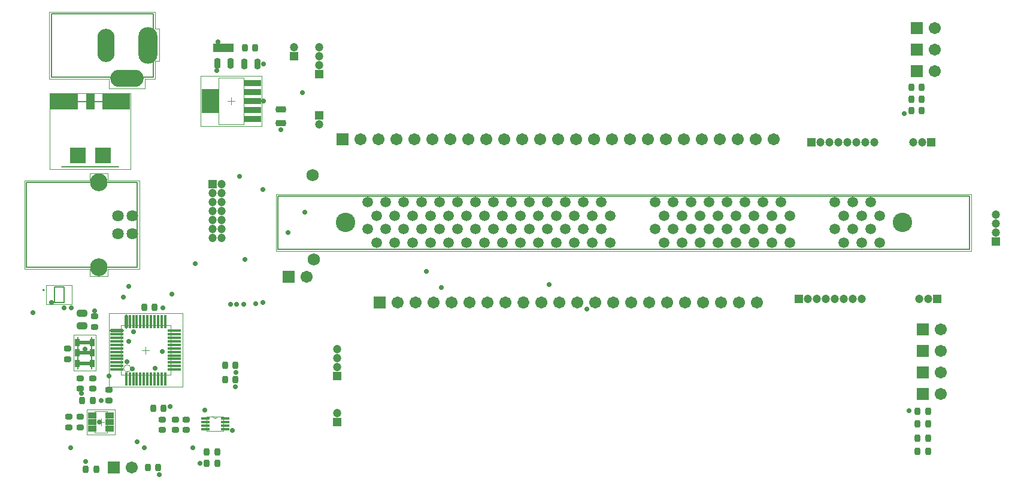
<source format=gts>
G04*
G04 #@! TF.GenerationSoftware,Altium Limited,Altium Designer,19.1.7 (138)*
G04*
G04 Layer_Color=8388736*
%FSAX43Y43*%
%MOMM*%
G71*
G01*
G75*
%ADD14C,0.200*%
%ADD15C,0.000*%
%ADD16C,0.127*%
%ADD17C,0.100*%
%ADD19C,0.050*%
G04:AMPARAMS|DCode=36|XSize=0.903mm|YSize=1.453mm|CornerRadius=0.277mm|HoleSize=0mm|Usage=FLASHONLY|Rotation=0.000|XOffset=0mm|YOffset=0mm|HoleType=Round|Shape=RoundedRectangle|*
%AMROUNDEDRECTD36*
21,1,0.903,0.900,0,0,0.0*
21,1,0.350,1.453,0,0,0.0*
1,1,0.553,0.175,-0.450*
1,1,0.553,-0.175,-0.450*
1,1,0.553,-0.175,0.450*
1,1,0.553,0.175,0.450*
%
%ADD36ROUNDEDRECTD36*%
G04:AMPARAMS|DCode=37|XSize=0.803mm|YSize=1.053mm|CornerRadius=0.252mm|HoleSize=0mm|Usage=FLASHONLY|Rotation=0.000|XOffset=0mm|YOffset=0mm|HoleType=Round|Shape=RoundedRectangle|*
%AMROUNDEDRECTD37*
21,1,0.803,0.550,0,0,0.0*
21,1,0.300,1.053,0,0,0.0*
1,1,0.503,0.150,-0.275*
1,1,0.503,-0.150,-0.275*
1,1,0.503,-0.150,0.275*
1,1,0.503,0.150,0.275*
%
%ADD37ROUNDEDRECTD37*%
G04:AMPARAMS|DCode=38|XSize=1.003mm|YSize=1.503mm|CornerRadius=0.302mm|HoleSize=0mm|Usage=FLASHONLY|Rotation=270.000|XOffset=0mm|YOffset=0mm|HoleType=Round|Shape=RoundedRectangle|*
%AMROUNDEDRECTD38*
21,1,1.003,0.900,0,0,270.0*
21,1,0.400,1.503,0,0,270.0*
1,1,0.603,-0.450,-0.200*
1,1,0.603,-0.450,0.200*
1,1,0.603,0.450,0.200*
1,1,0.603,0.450,-0.200*
%
%ADD38ROUNDEDRECTD38*%
%ADD39R,4.013X2.233*%
%ADD40R,1.223X2.233*%
%ADD41R,2.233X2.233*%
%ADD42O,2.003X0.503*%
%ADD43O,1.900X0.400*%
%ADD44O,0.503X2.003*%
%ADD45O,0.400X1.900*%
%ADD46R,2.353X0.903*%
%ADD47R,2.353X3.403*%
%ADD48R,1.303X0.853*%
%ADD49R,1.270X0.457*%
%ADD50R,2.803X0.603*%
G04:AMPARAMS|DCode=51|XSize=0.903mm|YSize=1.453mm|CornerRadius=0.277mm|HoleSize=0mm|Usage=FLASHONLY|Rotation=270.000|XOffset=0mm|YOffset=0mm|HoleType=Round|Shape=RoundedRectangle|*
%AMROUNDEDRECTD51*
21,1,0.903,0.900,0,0,270.0*
21,1,0.350,1.453,0,0,270.0*
1,1,0.553,-0.450,-0.175*
1,1,0.553,-0.450,0.175*
1,1,0.553,0.450,0.175*
1,1,0.553,0.450,-0.175*
%
%ADD51ROUNDEDRECTD51*%
G04:AMPARAMS|DCode=52|XSize=0.803mm|YSize=1.053mm|CornerRadius=0.252mm|HoleSize=0mm|Usage=FLASHONLY|Rotation=90.000|XOffset=0mm|YOffset=0mm|HoleType=Round|Shape=RoundedRectangle|*
%AMROUNDEDRECTD52*
21,1,0.803,0.550,0,0,90.0*
21,1,0.300,1.053,0,0,90.0*
1,1,0.503,0.275,0.150*
1,1,0.503,0.275,-0.150*
1,1,0.503,-0.275,-0.150*
1,1,0.503,-0.275,0.150*
%
%ADD52ROUNDEDRECTD52*%
%ADD53R,1.203X1.203*%
%ADD54C,1.203*%
%ADD55R,1.003X1.003*%
%ADD56C,1.703*%
%ADD57R,1.703X1.703*%
%ADD58R,1.203X1.203*%
%ADD59O,2.703X5.203*%
%ADD60O,2.453X4.703*%
%ADD61O,4.703X2.453*%
%ADD62C,2.743*%
%ADD63C,1.521*%
%ADD64O,1.713X1.703*%
%ADD65C,2.503*%
%ADD66C,1.631*%
%ADD67C,0.703*%
%ADD68C,1.727*%
G36*
X0057829Y0091856D02*
X0055029D01*
Y0093056D01*
X0057829D01*
Y0091856D01*
D02*
G37*
G36*
X0038230Y0050276D02*
X0037531D01*
Y0051280D01*
X0038230D01*
Y0050276D01*
D02*
G37*
G36*
X0036130D02*
X0035428D01*
Y0051279D01*
X0036130D01*
Y0050276D01*
D02*
G37*
G36*
X0038230Y0048776D02*
X0037531D01*
Y0049777D01*
X0038230D01*
Y0048776D01*
D02*
G37*
G36*
X0036130D02*
X0035427D01*
Y0049777D01*
X0036130D01*
Y0048776D01*
D02*
G37*
G36*
X0038230Y0047276D02*
X0037531D01*
Y0048275D01*
X0038230D01*
Y0047276D01*
D02*
G37*
G36*
X0036130D02*
X0035428D01*
Y0048274D01*
X0036130D01*
Y0047276D01*
D02*
G37*
D14*
X0031112Y0058181D02*
G03*
X0031112Y0058181I-0000100J0000000D01*
G01*
D02*
G03*
X0031112Y0058181I-0000100J0000000D01*
G01*
D15*
X0054967Y0040284D02*
G03*
X0055577Y0040284I0000305J0000000D01*
G01*
X0054967D02*
G03*
X0055577Y0040284I0000305J0000000D01*
G01*
X0054078Y0038202D02*
Y0040284D01*
X0054967D01*
X0055577D01*
X0056466D01*
Y0038202D02*
Y0040284D01*
X0054078Y0038202D02*
X0056466D01*
Y0040107D02*
X0056872D01*
Y0039878D02*
Y0040107D01*
X0056466Y0039878D02*
X0056872D01*
X0056466D02*
Y0040107D01*
Y0039624D02*
X0056872D01*
Y0039370D02*
Y0039624D01*
X0056466Y0039370D02*
X0056872D01*
X0056466D02*
Y0039624D01*
Y0039116D02*
X0056872D01*
Y0038862D02*
Y0039116D01*
X0056466Y0038862D02*
X0056872D01*
X0056466D02*
Y0039116D01*
Y0038608D02*
X0056872D01*
Y0038379D02*
Y0038608D01*
X0056466Y0038379D02*
X0056872D01*
X0056466D02*
Y0038608D01*
X0053672Y0038379D02*
X0054078D01*
X0053672D02*
Y0038608D01*
X0054078D01*
Y0038379D02*
Y0038608D01*
X0053672Y0038862D02*
X0054078D01*
X0053672D02*
Y0039116D01*
X0054078D01*
Y0038862D02*
Y0039116D01*
X0053672Y0039370D02*
X0054078D01*
X0053672D02*
Y0039624D01*
X0054078D01*
Y0039370D02*
Y0039624D01*
X0053672Y0039878D02*
X0054078D01*
X0053672D02*
Y0040107D01*
X0054078D01*
Y0039878D02*
Y0040107D01*
Y0038202D02*
Y0040284D01*
X0054967D01*
X0055577D01*
X0056466D01*
Y0038202D02*
Y0040284D01*
X0054078Y0038202D02*
X0056466D01*
Y0040107D02*
X0056872D01*
Y0039878D02*
Y0040107D01*
X0056466Y0039878D02*
X0056872D01*
X0056466D02*
Y0040107D01*
Y0039624D02*
X0056872D01*
Y0039370D02*
Y0039624D01*
X0056466Y0039370D02*
X0056872D01*
X0056466D02*
Y0039624D01*
Y0039116D02*
X0056872D01*
Y0038862D02*
Y0039116D01*
X0056466Y0038862D02*
X0056872D01*
X0056466D02*
Y0039116D01*
Y0038608D02*
X0056872D01*
Y0038379D02*
Y0038608D01*
X0056466Y0038379D02*
X0056872D01*
X0056466D02*
Y0038608D01*
X0053672Y0038379D02*
X0054078D01*
X0053672D02*
Y0038608D01*
X0054078D01*
Y0038379D02*
Y0038608D01*
X0053672Y0038862D02*
X0054078D01*
X0053672D02*
Y0039116D01*
X0054078D01*
Y0038862D02*
Y0039116D01*
X0053672Y0039370D02*
X0054078D01*
X0053672D02*
Y0039624D01*
X0054078D01*
Y0039370D02*
Y0039624D01*
X0053672Y0039878D02*
X0054078D01*
X0053672D02*
Y0040107D01*
X0054078D01*
Y0039878D02*
Y0040107D01*
D16*
X0055629Y0092056D02*
X0057229D01*
X0055629Y0092856D02*
X0057229D01*
X0055629Y0092056D02*
Y0092856D01*
X0057229Y0092056D02*
Y0092856D01*
X0055629Y0092056D02*
X0057229D01*
X0055629Y0092856D02*
X0057229D01*
X0055629Y0092056D02*
Y0092856D01*
X0057229Y0092056D02*
Y0092856D01*
X0032099Y0088338D02*
X0046499D01*
X0032099D02*
Y0097338D01*
X0046499D01*
Y0088338D02*
Y0097338D01*
X0032099Y0088338D02*
X0046499D01*
X0032099D02*
Y0097338D01*
X0046499D01*
Y0088338D02*
Y0097338D01*
X0033592Y0084836D02*
X0041592D01*
X0033592Y0075626D02*
X0041592D01*
X0033592Y0084836D02*
X0041592D01*
X0033592Y0075626D02*
X0041592D01*
X0032512Y0056451D02*
Y0058611D01*
Y0056451D02*
X0033912D01*
Y0058611D01*
X0032512D02*
X0033912D01*
X0032512Y0056451D02*
Y0058611D01*
Y0056451D02*
X0033912D01*
Y0058611D01*
X0032512D02*
X0033912D01*
X0037830Y0047026D02*
Y0051526D01*
X0035830Y0047026D02*
Y0051526D01*
X0037830Y0047026D02*
Y0051526D01*
X0035830Y0047026D02*
Y0051526D01*
X0161925Y0063987D02*
Y0071527D01*
X0064135D02*
X0161925D01*
X0064135Y0063987D02*
Y0071527D01*
Y0063987D02*
X0161925D01*
Y0071527D01*
X0064135D02*
X0161925D01*
X0064135Y0063987D02*
Y0071527D01*
Y0063987D02*
X0161925D01*
X0044249Y0061402D02*
Y0073432D01*
X0028539Y0061402D02*
X0044249D01*
X0028539Y0073432D02*
X0044249D01*
X0028539Y0061402D02*
Y0073432D01*
X0044249Y0061402D02*
Y0073432D01*
X0028539Y0061402D02*
X0044249D01*
X0028539Y0073432D02*
X0044249D01*
X0028539Y0061402D02*
Y0073432D01*
D17*
X0043338Y0047071D02*
G03*
X0043338Y0047071I-0000500J0000000D01*
G01*
X0048938Y0046171D02*
Y0053171D01*
X0041938Y0046171D02*
Y0053171D01*
X0048938D01*
X0041938Y0046171D02*
X0048938D01*
X0055779Y0088238D02*
X0059329D01*
X0055779Y0081688D02*
X0059329D01*
X0055779D02*
Y0088238D01*
X0059329Y0081688D02*
Y0088238D01*
X0038216Y0037947D02*
Y0041047D01*
X0040016Y0037947D02*
Y0041047D01*
X0038216D02*
X0040016D01*
X0038216Y0037947D02*
X0040016D01*
X0044938Y0049671D02*
X0045938D01*
X0045438Y0049171D02*
Y0050171D01*
X0057554Y0084463D02*
Y0085463D01*
X0057054Y0084963D02*
X0058054D01*
X0038616Y0039497D02*
X0039616D01*
X0039116Y0038997D02*
Y0039997D01*
D19*
X0045349Y0088088D02*
X0046799D01*
X0045349Y0086738D02*
Y0088088D01*
X0040249Y0086738D02*
X0045349D01*
X0040249D02*
Y0088088D01*
X0031799D02*
X0040249D01*
X0031799D02*
Y0097588D01*
X0046799D01*
Y0095188D02*
Y0097588D01*
Y0088088D02*
Y0090588D01*
X0047349D01*
Y0095188D01*
X0046799D02*
X0047349D01*
X0031842Y0086086D02*
X0043342D01*
Y0075336D02*
Y0086086D01*
X0031842Y0075336D02*
X0043342D01*
X0031842D02*
Y0086086D01*
X0050638Y0044471D02*
Y0054871D01*
X0040238Y0044471D02*
Y0054871D01*
X0050638D01*
X0040238Y0044471D02*
X0050638D01*
X0053229Y0088513D02*
X0061879D01*
X0053229Y0081413D02*
X0061879D01*
X0053229D02*
Y0088513D01*
X0061879Y0081413D02*
Y0088513D01*
X0037116Y0037697D02*
Y0041297D01*
X0041116Y0037697D02*
Y0041297D01*
X0037116D02*
X0041116D01*
X0037116Y0037697D02*
X0041116D01*
X0038380Y0046726D02*
Y0051826D01*
X0035280Y0046726D02*
X0038380D01*
X0035280D02*
Y0051826D01*
X0038380D01*
X0162180Y0063737D02*
Y0071777D01*
X0063880D02*
X0162180D01*
X0063880Y0063737D02*
Y0071777D01*
Y0063737D02*
X0162180D01*
X0040069Y0073667D02*
X0044569D01*
X0040069D02*
Y0074667D01*
X0037569D02*
X0040069D01*
X0037569Y0073667D02*
Y0074667D01*
X0028319Y0073667D02*
X0037569D01*
X0028319Y0061167D02*
Y0073667D01*
Y0061167D02*
X0037569D01*
Y0060167D02*
Y0061167D01*
Y0060167D02*
X0040069D01*
Y0061167D01*
X0044569D01*
Y0073667D01*
X0031402Y0058861D02*
X0035022D01*
Y0056201D02*
Y0058861D01*
X0031402Y0056201D02*
X0035022D01*
X0031402D02*
Y0058861D01*
D36*
X0059359Y0090170D02*
D03*
X0061259D02*
D03*
X0057465Y0090297D02*
D03*
X0055565D02*
D03*
D37*
X0045224Y0055753D02*
D03*
X0046724D02*
D03*
X0154571Y0035325D02*
D03*
X0156071D02*
D03*
X0058154Y0047498D02*
D03*
X0056654D02*
D03*
X0046494Y0041402D02*
D03*
X0047994D02*
D03*
X0036473Y0042545D02*
D03*
X0037973D02*
D03*
X0058154Y0045485D02*
D03*
X0056654D02*
D03*
X0055565Y0033655D02*
D03*
X0054065D02*
D03*
X0055565Y0035287D02*
D03*
X0054065D02*
D03*
X0153670Y0083566D02*
D03*
X0155170D02*
D03*
X0153670Y0085217D02*
D03*
X0155170D02*
D03*
X0153682Y0086868D02*
D03*
X0155182D02*
D03*
X0038469Y0032766D02*
D03*
X0036969D02*
D03*
X0047220Y0033020D02*
D03*
X0045720D02*
D03*
X0154571Y0041040D02*
D03*
X0156071D02*
D03*
X0154571Y0039262D02*
D03*
X0156071D02*
D03*
X0154571Y0037230D02*
D03*
X0156071D02*
D03*
X0059451Y0092456D02*
D03*
X0060951D02*
D03*
D38*
X0036449Y0054875D02*
D03*
Y0053075D02*
D03*
D39*
X0033907Y0084836D02*
D03*
X0041277D02*
D03*
D40*
X0037592D02*
D03*
D41*
X0035812Y0077216D02*
D03*
X0039372D02*
D03*
D42*
X0041388Y0052421D02*
D03*
D43*
Y0051421D02*
D03*
Y0050921D02*
D03*
Y0050421D02*
D03*
Y0049921D02*
D03*
Y0049421D02*
D03*
Y0048921D02*
D03*
Y0048421D02*
D03*
Y0047921D02*
D03*
Y0047421D02*
D03*
Y0046921D02*
D03*
X0049488Y0052421D02*
D03*
Y0051921D02*
D03*
Y0051421D02*
D03*
Y0050921D02*
D03*
Y0050421D02*
D03*
Y0049921D02*
D03*
Y0049421D02*
D03*
Y0048921D02*
D03*
Y0048421D02*
D03*
Y0047921D02*
D03*
Y0047421D02*
D03*
Y0046921D02*
D03*
X0041388Y0051921D02*
D03*
D44*
X0042688Y0053721D02*
D03*
D45*
X0043188D02*
D03*
X0043688D02*
D03*
X0044188D02*
D03*
X0044688D02*
D03*
X0045188D02*
D03*
X0045688D02*
D03*
X0046188D02*
D03*
X0046688D02*
D03*
X0047188D02*
D03*
X0047688D02*
D03*
X0048188D02*
D03*
X0042688Y0045621D02*
D03*
X0043188D02*
D03*
X0043688D02*
D03*
X0044188D02*
D03*
X0044688D02*
D03*
X0045188D02*
D03*
X0045688D02*
D03*
X0046688D02*
D03*
X0046188D02*
D03*
X0047188D02*
D03*
X0047688D02*
D03*
X0048188D02*
D03*
D46*
X0060579Y0087503D02*
D03*
Y0086233D02*
D03*
Y0084963D02*
D03*
Y0083693D02*
D03*
Y0082423D02*
D03*
D47*
X0054529Y0084963D02*
D03*
D48*
X0037916Y0040447D02*
D03*
Y0039497D02*
D03*
Y0038547D02*
D03*
X0040316Y0040447D02*
D03*
Y0039497D02*
D03*
Y0038547D02*
D03*
D49*
X0053850Y0040005D02*
D03*
Y0039497D02*
D03*
Y0038989D02*
D03*
Y0038481D02*
D03*
X0056695Y0040005D02*
D03*
Y0039497D02*
D03*
Y0038989D02*
D03*
Y0038481D02*
D03*
D50*
X0036830Y0049276D02*
D03*
Y0047776D02*
D03*
Y0050776D02*
D03*
D51*
X0064516Y0081854D02*
D03*
Y0083754D02*
D03*
D52*
X0040259Y0042557D02*
D03*
Y0044057D02*
D03*
X0038227Y0054471D02*
D03*
Y0052971D02*
D03*
X0036214Y0045708D02*
D03*
Y0044208D02*
D03*
X0037992D02*
D03*
Y0045708D02*
D03*
X0049657Y0039866D02*
D03*
Y0038366D02*
D03*
X0047752Y0039866D02*
D03*
Y0038366D02*
D03*
X0034417Y0048399D02*
D03*
Y0049899D02*
D03*
X0034544Y0038747D02*
D03*
Y0040247D02*
D03*
X0036195D02*
D03*
Y0038747D02*
D03*
X0051162Y0038366D02*
D03*
Y0039866D02*
D03*
D53*
X0165608Y0065024D02*
D03*
X0054864Y0073152D02*
D03*
X0069977Y0088773D02*
D03*
X0072517Y0039497D02*
D03*
Y0045974D02*
D03*
X0069977Y0082931D02*
D03*
X0066421Y0091313D02*
D03*
D54*
X0165608Y0066294D02*
D03*
Y0067564D02*
D03*
Y0068834D02*
D03*
X0056134Y0073152D02*
D03*
X0054864Y0071882D02*
D03*
X0056134D02*
D03*
X0054864Y0070612D02*
D03*
X0056134D02*
D03*
X0054864Y0069342D02*
D03*
X0056134D02*
D03*
X0054864Y0068072D02*
D03*
X0056134D02*
D03*
X0054864Y0066802D02*
D03*
X0056134D02*
D03*
X0054864Y0065532D02*
D03*
X0056134D02*
D03*
X0140843Y0079121D02*
D03*
X0142113D02*
D03*
X0143383D02*
D03*
X0144653D02*
D03*
X0145923D02*
D03*
X0147193D02*
D03*
X0148463D02*
D03*
X0069977Y0092583D02*
D03*
Y0091313D02*
D03*
Y0090043D02*
D03*
X0155194Y0079121D02*
D03*
X0153924D02*
D03*
X0072517Y0040767D02*
D03*
X0139065Y0056896D02*
D03*
X0140335D02*
D03*
X0141605D02*
D03*
X0142875D02*
D03*
X0144145D02*
D03*
X0145415D02*
D03*
X0146685D02*
D03*
X0072517Y0047244D02*
D03*
Y0048514D02*
D03*
Y0049784D02*
D03*
X0069977Y0081661D02*
D03*
X0156083Y0056896D02*
D03*
X0154813D02*
D03*
X0066421Y0092583D02*
D03*
D55*
X0055629Y0092456D02*
D03*
X0057229D02*
D03*
D56*
X0134239Y0079502D02*
D03*
X0131699D02*
D03*
X0129159D02*
D03*
X0126619D02*
D03*
X0124079D02*
D03*
X0121539D02*
D03*
X0118999D02*
D03*
X0116459D02*
D03*
X0113919D02*
D03*
X0111379D02*
D03*
X0108839D02*
D03*
X0106299D02*
D03*
X0103759D02*
D03*
X0101219D02*
D03*
X0098679D02*
D03*
X0096139D02*
D03*
X0093599D02*
D03*
X0091059D02*
D03*
X0088519D02*
D03*
X0085979D02*
D03*
X0083439D02*
D03*
X0080899D02*
D03*
X0078359D02*
D03*
X0075819D02*
D03*
X0068199Y0060071D02*
D03*
X0081026Y0056388D02*
D03*
X0083566D02*
D03*
X0086106D02*
D03*
X0088646D02*
D03*
X0091186D02*
D03*
X0093726D02*
D03*
X0096266D02*
D03*
X0101346D02*
D03*
X0103886D02*
D03*
X0106426D02*
D03*
X0108966D02*
D03*
X0111506D02*
D03*
X0114046D02*
D03*
X0116586D02*
D03*
X0119126D02*
D03*
X0121666D02*
D03*
X0124206D02*
D03*
X0126746D02*
D03*
X0129286D02*
D03*
X0131826D02*
D03*
X0043434Y0033020D02*
D03*
X0156972Y0089154D02*
D03*
Y0092202D02*
D03*
Y0095250D02*
D03*
X0157861Y0052578D02*
D03*
Y0049530D02*
D03*
Y0046482D02*
D03*
Y0043434D02*
D03*
D57*
X0073279Y0079502D02*
D03*
X0065659Y0060071D02*
D03*
X0078486Y0056388D02*
D03*
X0040894Y0033020D02*
D03*
X0154432Y0089154D02*
D03*
Y0092202D02*
D03*
Y0095250D02*
D03*
X0155321Y0052578D02*
D03*
Y0049530D02*
D03*
Y0046482D02*
D03*
Y0043434D02*
D03*
D58*
X0139573Y0079121D02*
D03*
X0156464D02*
D03*
X0137795Y0056896D02*
D03*
X0157353D02*
D03*
D59*
X0045799Y0092838D02*
D03*
D60*
X0039799D02*
D03*
D61*
X0042799Y0088138D02*
D03*
D62*
X0152400Y0067757D02*
D03*
X0073660D02*
D03*
D63*
X0149225Y0068707D02*
D03*
X0147955Y0070607D02*
D03*
X0146685Y0068707D02*
D03*
X0145415Y0070607D02*
D03*
X0144145Y0068707D02*
D03*
X0142875Y0070607D02*
D03*
X0136525Y0068707D02*
D03*
X0135255Y0070607D02*
D03*
X0133985Y0068707D02*
D03*
X0132715Y0070607D02*
D03*
X0131445Y0068707D02*
D03*
X0130175Y0070607D02*
D03*
X0128905Y0068707D02*
D03*
X0127635Y0070607D02*
D03*
X0126365Y0068707D02*
D03*
X0125095Y0070607D02*
D03*
X0123825Y0068707D02*
D03*
X0122555Y0070607D02*
D03*
X0121285Y0068707D02*
D03*
X0120015Y0070607D02*
D03*
X0118745Y0068707D02*
D03*
X0117475Y0070607D02*
D03*
X0111125Y0068707D02*
D03*
X0109855Y0070607D02*
D03*
X0108585Y0068707D02*
D03*
X0107315Y0070607D02*
D03*
X0106045Y0068707D02*
D03*
X0104775Y0070607D02*
D03*
X0103505Y0068707D02*
D03*
X0102235Y0070607D02*
D03*
X0100965Y0068707D02*
D03*
X0099695Y0070607D02*
D03*
X0098425Y0068707D02*
D03*
X0097155Y0070607D02*
D03*
X0095885Y0068707D02*
D03*
X0094615Y0070607D02*
D03*
X0093345Y0068707D02*
D03*
X0092075Y0070607D02*
D03*
X0090805Y0068707D02*
D03*
X0089535Y0070607D02*
D03*
X0088265Y0068707D02*
D03*
X0086995Y0070607D02*
D03*
X0085725Y0068707D02*
D03*
X0084455Y0070607D02*
D03*
X0083185Y0068707D02*
D03*
X0081915Y0070607D02*
D03*
X0080645Y0068707D02*
D03*
X0079375Y0070607D02*
D03*
X0078105Y0068707D02*
D03*
X0076835Y0070607D02*
D03*
X0149225Y0064907D02*
D03*
X0147955Y0066807D02*
D03*
X0146685Y0064907D02*
D03*
X0145415Y0066807D02*
D03*
X0144145Y0064907D02*
D03*
X0142875Y0066807D02*
D03*
X0136525Y0064907D02*
D03*
X0135255Y0066807D02*
D03*
X0133985Y0064907D02*
D03*
X0132715Y0066807D02*
D03*
X0131445Y0064907D02*
D03*
X0130175Y0066807D02*
D03*
X0128905Y0064907D02*
D03*
X0127635Y0066807D02*
D03*
X0126365Y0064907D02*
D03*
X0125095Y0066807D02*
D03*
X0123825Y0064907D02*
D03*
X0122555Y0066807D02*
D03*
X0121285Y0064907D02*
D03*
X0120015Y0066807D02*
D03*
X0118745Y0064907D02*
D03*
X0117475Y0066807D02*
D03*
X0111125Y0064907D02*
D03*
X0109855Y0066807D02*
D03*
X0108585Y0064907D02*
D03*
X0107315Y0066807D02*
D03*
X0106045Y0064907D02*
D03*
X0104775Y0066807D02*
D03*
X0103505Y0064907D02*
D03*
X0102235Y0066807D02*
D03*
X0100965Y0064907D02*
D03*
X0099695Y0066807D02*
D03*
X0098425Y0064907D02*
D03*
X0097155Y0066807D02*
D03*
X0095885Y0064907D02*
D03*
X0094615Y0066807D02*
D03*
X0093345Y0064907D02*
D03*
X0092075Y0066807D02*
D03*
X0090805Y0064907D02*
D03*
X0089535Y0066807D02*
D03*
X0088265Y0064907D02*
D03*
X0086995Y0066807D02*
D03*
X0085725Y0064907D02*
D03*
X0084455Y0066807D02*
D03*
X0083185Y0064907D02*
D03*
X0081915Y0066807D02*
D03*
X0080645Y0064907D02*
D03*
X0079375Y0066807D02*
D03*
X0078105Y0064907D02*
D03*
X0076835Y0066807D02*
D03*
D64*
X0098806Y0056388D02*
D03*
D65*
X0038819Y0061397D02*
D03*
Y0073437D02*
D03*
D66*
X0041529Y0066167D02*
D03*
Y0068667D02*
D03*
X0043529D02*
D03*
Y0066167D02*
D03*
D67*
X0049161Y0057646D02*
D03*
X0043053Y0050927D02*
D03*
X0047764Y0049518D02*
D03*
X0043700Y0052312D02*
D03*
X0043591Y0047048D02*
D03*
X0047879Y0055626D02*
D03*
X0057404Y0056134D02*
D03*
X0044196Y0036703D02*
D03*
X0046748Y0047105D02*
D03*
X0059309Y0056134D02*
D03*
X0042799Y0048006D02*
D03*
X0053799Y0041148D02*
D03*
X0058293Y0056134D02*
D03*
X0036322Y0043561D02*
D03*
X0040259Y0045974D02*
D03*
X0039116Y0042545D02*
D03*
X0034798Y0035814D02*
D03*
X0036957Y0033909D02*
D03*
X0048895Y0041656D02*
D03*
X0053086Y0033636D02*
D03*
X0052070Y0035814D02*
D03*
X0058154Y0044481D02*
D03*
X0059436Y0062484D02*
D03*
X0065532Y0066294D02*
D03*
X0067945Y0069164D02*
D03*
X0061976Y0072390D02*
D03*
X0058674Y0074295D02*
D03*
X0067564Y0086106D02*
D03*
X0057723Y0038342D02*
D03*
X0036830Y0049784D02*
D03*
X0038227Y0055245D02*
D03*
X0055626Y0093345D02*
D03*
X0062103Y0090170D02*
D03*
X0055499Y0089281D02*
D03*
X0047359Y0032004D02*
D03*
X0052463Y0061964D02*
D03*
X0062115Y0084951D02*
D03*
X0060960Y0056261D02*
D03*
X0062006Y0056388D02*
D03*
X0085090Y0060833D02*
D03*
X0043053Y0058674D02*
D03*
X0058166Y0046482D02*
D03*
X0045276Y0035877D02*
D03*
X0034925Y0055626D02*
D03*
X0042291Y0057150D02*
D03*
X0038866Y0039497D02*
D03*
X0064516Y0080899D02*
D03*
X0032156Y0056428D02*
D03*
X0033934Y0055666D02*
D03*
X0029464Y0054991D02*
D03*
X0152654Y0083185D02*
D03*
X0107823Y0055499D02*
D03*
X0102489Y0058928D02*
D03*
X0087249Y0058547D02*
D03*
X0153376Y0041080D02*
D03*
D68*
X0069066Y0074425D02*
D03*
X0069215Y0062484D02*
D03*
M02*

</source>
